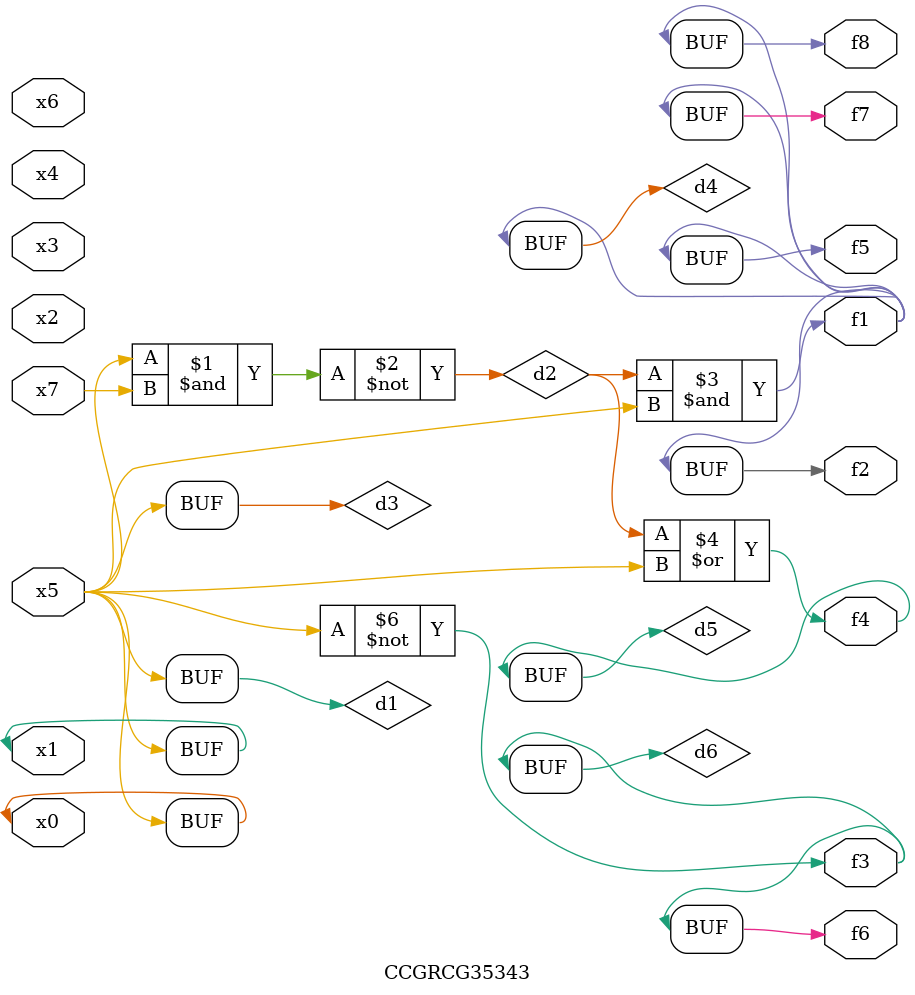
<source format=v>
module CCGRCG35343(
	input x0, x1, x2, x3, x4, x5, x6, x7,
	output f1, f2, f3, f4, f5, f6, f7, f8
);

	wire d1, d2, d3, d4, d5, d6;

	buf (d1, x0, x5);
	nand (d2, x5, x7);
	buf (d3, x0, x1);
	and (d4, d2, d3);
	or (d5, d2, d3);
	nor (d6, d1, d3);
	assign f1 = d4;
	assign f2 = d4;
	assign f3 = d6;
	assign f4 = d5;
	assign f5 = d4;
	assign f6 = d6;
	assign f7 = d4;
	assign f8 = d4;
endmodule

</source>
